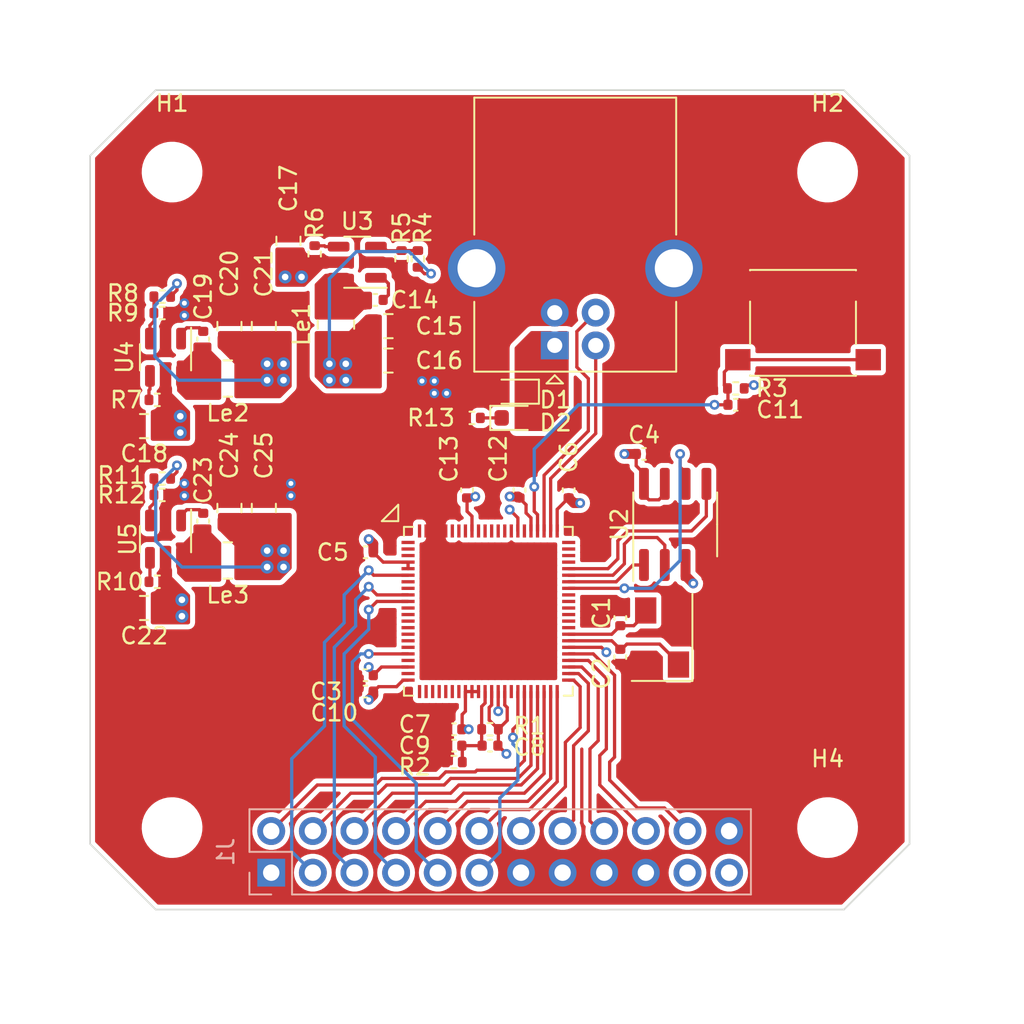
<source format=kicad_pcb>
(kicad_pcb (version 20221018) (generator pcbnew)
  (layers (0 "F.Cu" signal) (1 "In1.Cu" signal) (2 "In2.Cu" signal) (31 "B.Cu" signal) (34 "B.Paste" user) (35 "F.Paste" user) (36 "B.SilkS" user "B.Silkscreen") (37 "F.SilkS" user "F.Silkscreen") (38 "B.Mask" user) (39 "F.Mask" user) (44 "Edge.Cuts" user))
  (net 0 "")
  (net 4 "+3V3")
  (net 8 "+1V2")
  (net 16 "+2V5")
  (net 18 "GND")
  (net 27 "Net-(U1D-HOSCI)")
  (net 28 "Net-(U1D-HOSCO)")
  (net 39 "+3V0")
  (net 41 "/SPI0_CLK")
  (net 42 "/SPI0_CS")
  (net 43 "/SPI0_MISO")
  (net 44 "/SPI0_MOSI")
  (net 45 "/USB-DM")
  (net 46 "/USB-DP")
  (net 47 "/SVREF")
  (net 48 "/UART_Tx")
  (net 49 "/UART_Rx")
  (net 50 "/PE10")
  (net 51 "/PE9")
  (net 52 "/PE8")
  (net 53 "/PE7")
  (net 54 "/PE6")
  (net 55 "/PE5")
  (net 56 "/PE4")
  (net 57 "/PE3")
  (net 58 "/PE2")
  (net 59 "/PE11_CLKOUT")
  (net 60 "/TWI0_SDA")
  (net 61 "/TWI0_SCK")
  (net 62 "/PD5")
  (net 63 "/PD6")
  (net 64 "/PD7")
  (net 65 "/PD8")
  (net 66 "/PD9")
  (net 67 "/PD10")
  (net 68 "/PD11")
  (net 69 "/PD13")
  (net 70 "/UART1_Rx")
  (net 71 "/UART1_Tx")
  (net 72 "Net-(SW1-A)")
  (net 73 "Net-(U3-SW)")
  (net 74 "Net-(U3-BS)")
  (net 75 "Net-(U3-FB)")
  (net 76 "Net-(U3-EN)")
  (net 77 "+5V")
  (net 78 "Net-(U4-SW)")
  (net 79 "Net-(U4-BS)")
  (net 80 "Net-(U4-EN)")
  (net 81 "Net-(U4-FB)")
  (net 82 "Net-(U5-SW)")
  (net 83 "Net-(U5-BS)")
  (net 84 "Net-(U5-EN)")
  (net 85 "Net-(U5-FB)")
  (net 86 "Net-(D2-K)")
  (footprint "Inductor_SMD:L_1008_2520Metric" (layer "F.Cu") (at 116.4 65.6)
    (fp_text reference "Le2")
    (fp_text value "MPL2520S4R7MHT")
  )
  (footprint "Capacitor_SMD:C_0402_1005Metric" (layer "F.Cu") (at 125.4 60.8)
    (fp_text reference "C14")
    (fp_text value "22nF")
  )
  (footprint "Capacitor_SMD:C_0402_1005Metric" (layer "F.Cu") (at 140.35 82.6 -90)
    (fp_text reference "C2")
    (fp_text value "12pF")
  )
  (footprint "Resistor_SMD:R_0402_1005Metric" (layer "F.Cu") (at 112.4 60.6 180)
    (fp_text reference "R8")
    (fp_text value "100k")
  )
  (footprint "Capacitor_SMD:C_0805_2012Metric" (layer "F.Cu") (at 118.6 73.5 90)
    (fp_text reference "C25")
    (fp_text value "22uF")
  )
  (footprint "Capacitor_SMD:C_0402_1005Metric" (layer "F.Cu") (at 130.2 88 180)
    (fp_text reference "C9")
    (fp_text value "1uF")
  )
  (footprint "Resistor_SMD:R_0402_1005Metric" (layer "F.Cu") (at 112.4 61.6)
    (fp_text reference "R9")
    (fp_text value "100k")
  )
  (footprint "Capacitor_SMD:C_0402_1005Metric" (layer "F.Cu") (at 141.8 70.2)
    (fp_text reference "C4")
    (fp_text value "1uF")
  )
  (footprint "Capacitor_SMD:C_0805_2012Metric" (layer "F.Cu") (at 111.3 79.6 180)
    (fp_text reference "C22")
    (fp_text value "22uF")
  )
  (footprint "Package_TO_SOT_SMD:SOT-23-6" (layer "F.Cu") (at 112.6 75.4 -90)
    (fp_text reference "U5")
    (fp_text value "MT2492")
  )
  (footprint "Resistor_SMD:R_0402_1005Metric" (layer "F.Cu") (at 127 58.3 -90)
    (fp_text reference "R5")
    (fp_text value "15k")
  )
  (footprint "Capacitor_SMD:C_0402_1005Metric" (layer "F.Cu") (at 130.2 87 180)
    (fp_text reference "C7")
    (fp_text value "1uF")
  )
  (footprint "Resistor_SMD:R_0402_1005Metric" (layer "F.Cu") (at 130.2 89 180)
    (fp_text reference "R2")
    (fp_text value "10k")
  )
  (footprint "Capacitor_SMD:C_0402_1005Metric" (layer "F.Cu") (at 147.4 67.2)
    (fp_text reference "C11")
    (fp_text value "1uF")
  )
  (footprint "Capacitor_SMD:C_0805_2012Metric" (layer "F.Cu") (at 126.2 64.5)
    (fp_text reference "C16")
    (fp_text value "22uF")
  )
  (footprint "Capacitor_SMD:C_0402_1005Metric" (layer "F.Cu") (at 124.8 84.7 180)
    (fp_text reference "C10")
    (fp_text value "1uF")
  )
  (footprint "MountingHole:MountingHole_3.2mm_M3" (layer "F.Cu") (at 113 93)
    (fp_text reference "H3" hide)
    (fp_text value "M3")
  )
  (footprint "Package_SO:SOIC-8_3.9x4.9mm_P1.27mm" (layer "F.Cu") (at 143.7 74.5 90)
    (fp_text reference "U2")
    (fp_text value "W25Q128")
  )
  (footprint "Capacitor_SMD:C_0805_2012Metric" (layer "F.Cu") (at 116.5 73.5 90)
    (fp_text reference "C24")
    (fp_text value "22uF")
  )
  (footprint "Capacitor_SMD:C_0805_2012Metric" (layer "F.Cu") (at 111.3 68.5 180)
    (fp_text reference "C18")
    (fp_text value "22uF")
  )
  (footprint "Capacitor_SMD:C_0402_1005Metric" (layer "F.Cu") (at 114.9 74.3 90)
    (fp_text reference "C23")
    (fp_text value "22nF")
  )
  (footprint "Capacitor_SMD:C_0402_1005Metric" (layer "F.Cu") (at 132.4 88 180)
    (fp_text reference "C8")
    (fp_text value "1uF")
  )
  (footprint "Button_Switch_SMD:SW_SPST_PTS645" (layer "F.Cu") (at 151.5 62.2 180)
    (fp_text reference "SW1" hide)
    (fp_text value "PTS645")
  )
  (footprint "MountingHole:MountingHole_3.2mm_M3" (layer "F.Cu") (at 113 53)
    (fp_text reference "H1")
    (fp_text value "M3")
  )
  (footprint "Inductor_SMD:L_1008_2520Metric" (layer "F.Cu") (at 116.4 76.7)
    (fp_text reference "Le3")
    (fp_text value "MPL2520S4R7MHT")
  )
  (footprint "MountingHole:MountingHole_3.2mm_M3" (layer "F.Cu") (at 153 93)
    (fp_text reference "H4")
    (fp_text value "M3")
  )
  (footprint "Diode_SMD:D_0603_1608Metric" (layer "F.Cu") (at 133.9 68)
    (fp_text reference "D2")
    (fp_text value "GREEN 0603")
  )
  (footprint "Package_TO_SOT_SMD:SOT-23-6" (layer "F.Cu") (at 112.6 64.3 -90)
    (fp_text reference "U4")
    (fp_text value "MT2492")
  )
  (footprint "OI_HiRes:QFN-88_EP_10x10_0.4mm_F1C200s" (layer "F.Cu") (at 132.3 79.8)
    (fp_text reference "U1" hide)
    (fp_text value "~")
  )
  (footprint "Connector_USB:USB_B_OST_USB-B1HSxx_Horizontal" (layer "F.Cu") (at 136.35 63.5775 90)
    (fp_text reference "J2" hide)
    (fp_text value "USB_B")
  )
  (footprint "Capacitor_SMD:C_0402_1005Metric" (layer "F.Cu") (at 131 72.4 90)
    (fp_text reference "C13")
    (fp_text value "1uF")
  )
  (footprint "Resistor_SMD:R_0402_1005Metric" (layer "F.Cu") (at 128 58.3 90)
    (fp_text reference "R4")
    (fp_text value "68k")
  )
  (footprint "MountingHole:MountingHole_3.2mm_M3" (layer "F.Cu") (at 153 53)
    (fp_text reference "H2")
    (fp_text value "M3")
  )
  (footprint "Capacitor_SMD:C_0402_1005Metric" (layer "F.Cu") (at 124.8 83.7 180)
    (fp_text reference "C3")
    (fp_text value "1uF")
  )
  (footprint "Resistor_SMD:R_0402_1005Metric" (layer "F.Cu") (at 121.7 58 90)
    (fp_text reference "R6")
    (fp_text value "10k")
  )
  (footprint "Resistor_SMD:R_0402_1005Metric" (layer "F.Cu") (at 132.4 87 180)
    (fp_text reference "R1")
    (fp_text value "10k")
  )
  (footprint "Resistor_SMD:R_0402_1005Metric" (layer "F.Cu") (at 112.4 72.7)
    (fp_text reference "R12")
    (fp_text value "33k")
  )
  (footprint "Capacitor_SMD:C_0402_1005Metric" (layer "F.Cu") (at 134.2 72.4 90)
    (fp_text reference "C12")
    (fp_text value "1uF")
  )
  (footprint "Diode_SMD:D_0603_1608Metric" (layer "F.Cu") (at 133.9 66.4 180)
    (fp_text reference "D1")
    (fp_text value "ESD0603")
  )
  (footprint "Capacitor_SMD:C_0402_1005Metric" (layer "F.Cu") (at 124.8 76.2 180)
    (fp_text reference "C5")
    (fp_text value "1uF")
  )
  (footprint "Resistor_SMD:R_0402_1005Metric" (layer "F.Cu") (at 112.1 78 180)
    (fp_text reference "R10")
    (fp_text value "10k")
  )
  (footprint "Capacitor_SMD:C_0805_2012Metric" (layer "F.Cu") (at 116.5 62.4 90)
    (fp_text reference "C20")
    (fp_text value "22uF")
  )
  (footprint "Capacitor_SMD:C_0402_1005Metric" (layer "F.Cu") (at 114.9 63.2 90)
    (fp_text reference "C19")
    (fp_text value "22nF")
  )
  (footprint "Resistor_SMD:R_0402_1005Metric" (layer "F.Cu") (at 112.1 66.9 180)
    (fp_text reference "R7")
    (fp_text value "10k")
  )
  (footprint "Resistor_SMD:R_0402_1005Metric" (layer "F.Cu") (at 131.3 68 180)
    (fp_text reference "R13")
    (fp_text value "10k")
  )
  (footprint "Package_TO_SOT_SMD:SOT-23-6" (layer "F.Cu") (at 124.3 58.5 180)
    (fp_text reference "U3")
    (fp_text value "MT2492")
  )
  (footprint "Capacitor_SMD:C_0402_1005Metric" (layer "F.Cu") (at 140.35 80.2 90)
    (fp_text reference "C1")
    (fp_text value "12pF")
  )
  (footprint "Capacitor_SMD:C_0805_2012Metric" (layer "F.Cu") (at 126.2 62.4)
    (fp_text reference "C15")
    (fp_text value "22uF")
  )
  (footprint "Resistor_SMD:R_0402_1005Metric" (layer "F.Cu") (at 112.4 71.7 180)
    (fp_text reference "R11")
    (fp_text value "100k")
  )
  (footprint "Inductor_SMD:L_1008_2520Metric" (layer "F.Cu") (at 123 62.3 -90)
    (fp_text reference "Le1")
    (fp_text value "MPL2520S4R7MHT")
  )
  (footprint "Resistor_SMD:R_0402_1005Metric" (layer "F.Cu") (at 147.4 66.2 180)
    (fp_text reference "R3")
    (fp_text value "10k")
  )
  (footprint "Crystal:Crystal_SMD_5032-4Pin_5.0x3.2mm" (layer "F.Cu") (at 142.9 81.4 90)
    (fp_text reference "Y1" hide)
    (fp_text value "24MHz")
  )
  (footprint "Capacitor_SMD:C_0805_2012Metric" (layer "F.Cu") (at 120.1 57.2 90)
    (fp_text reference "C17")
    (fp_text value "22uF")
  )
  (footprint "Capacitor_SMD:C_0805_2012Metric" (layer "F.Cu") (at 118.6 62.4 90)
    (fp_text reference "C21")
    (fp_text value "22uF")
  )
  (footprint "Capacitor_SMD:C_0402_1005Metric" (layer "F.Cu") (at 137.2 72.4 90)
    (fp_text reference "C6")
    (fp_text value "1uF")
  )
  (footprint "Connector_PinSocket_2.54mm:PinSocket_2x12_P2.54mm_Vertical" (layer "B.Cu") (at 119.05 95.75 -90)
    (fp_text reference "J1")
    (fp_text value "Conn_02x12_Odd_Even" hide)
  )
  (gr_line (start 112 48) (end 108 52) (stroke (width 0.1)) (layer "Edge.Cuts"))
  (gr_line (start 108 94) (end 112 98) (stroke (width 0.1)) (layer "Edge.Cuts"))
  (gr_line (start 108 52) (end 108 94) (stroke (width 0.1)) (layer "Edge.Cuts"))
  (gr_line (start 154 98) (end 158 94) (stroke (width 0.1)) (layer "Edge.Cuts"))
  (gr_line (start 158 94) (end 158 52) (stroke (width 0.1)) (layer "Edge.Cuts"))
  (gr_line (start 158 52) (end 154 48) (stroke (width 0.1)) (layer "Edge.Cuts"))
  (gr_line (start 112 98) (end 154 98) (stroke (width 0.1)) (layer "Edge.Cuts"))
  (gr_line (start 154 48) (end 112 48) (stroke (width 0.1)) (layer "Edge.Cuts"))
  (segment (start 137.52 73.2) (end 137.2 72.88) (width 0.6) (layer "F.Cu") (net 4))
  (segment (start 141.795 71.395) (end 141.32 70.92) (width 0.2) (layer "F.Cu") (net 4))
  (segment (start 147.91 66.09) (end 147.91 66.2) (width 0.2) (layer "F.Cu") (net 4))
  (segment (start 140.6 70.2) (end 141.32 70.2) (width 0.6) (layer "F.Cu") (net 4))
  (segment (start 125.78 83.2) (end 125.28 83.7) (width 0.2) (layer "F.Cu") (net 4))
  (segment (start 133.6 73.6) (end 134.1 74.1) (width 0.2) (layer "F.Cu") (net 4))
  (segment (start 125.28 83.7) (end 125.28 83.68) (width 0.2) (layer "F.Cu") (net 4))
  (segment (start 143.065 72.025) (end 143.065 72.635) (width 0.2) (layer "F.Cu") (net 4))
  (segment (start 125 83.4) (end 125 83.2) (width 0.2) (layer "F.Cu") (net 4))
  (segment (start 148 66) (end 147.91 66.09) (width 0.2) (layer "F.Cu") (net 4))
  (segment (start 142.1 73) (end 142.7 73) (width 0.2) (layer "F.Cu") (net 4))
  (segment (start 136.5 74.9) (end 136.5 73.58) (width 0.2) (layer "F.Cu") (net 4))
  (segment (start 128.4 59.2) (end 128.8 59.2) (width 0.2) (layer "F.Cu") (net 4))
  (segment (start 125.88 76.8) (end 125.28 76.2) (width 0.2) (layer "F.Cu") (net 4))
  (segment (start 141.795 72.025) (end 141.795 72.695) (width 0.2) (layer "F.Cu") (net 4))
  (segment (start 144.335 77.635) (end 144.8 78.1) (width 0.6) (layer "F.Cu") (net 4))
  (segment (start 143.065 72.635) (end 142.7 73) (width 0.2) (layer "F.Cu") (net 4))
  (segment (start 128.01 58.81) (end 128.4 59.2) (width 0.2) (layer "F.Cu") (net 4))
  (segment (start 125.1 83.88) (end 125.28 83.7) (width 0.2) (layer "F.Cu") (net 4))
  (segment (start 125.28 83.68) (end 125 83.4) (width 0.2) (layer "F.Cu") (net 4))
  (segment (start 128 58.81) (end 128.01 58.81) (width 0.2) (layer "F.Cu") (net 4))
  (segment (start 127.4 83.2) (end 125.78 83.2) (width 0.2) (layer "F.Cu") (net 4))
  (segment (start 141.795 72.695) (end 142.1 73) (width 0.2) (layer "F.Cu") (net 4))
  (segment (start 148.5 66) (end 148 66) (width 0.2) (layer "F.Cu") (net 4))
  (segment (start 136.5 73.58) (end 137.2 72.88) (width 0.2) (layer "F.Cu") (net 4))
  (segment (start 139.2 82) (end 137.2 82) (width 0.2) (layer "F.Cu") (net 4))
  (segment (start 141.32 70.92) (end 141.32 70.2) (width 0.2) (layer "F.Cu") (net 4))
  (segment (start 134.1 74.1) (end 134.1 74.9) (width 0.2) (layer "F.Cu") (net 4))
  (segment (start 137.9 73.2) (end 137.52 73.2) (width 0.6) (layer "F.Cu") (net 4))
  (segment (start 127.4 77.2) (end 127.4 76.8) (width 0.2) (layer "F.Cu") (net 4))
  (segment (start 127.4 76.8) (end 125.88 76.8) (width 0.2) (layer "F.Cu") (net 4))
  (segment (start 125 75.4) (end 125.28 75.68) (width 0.6) (layer "F.Cu") (net 4))
  (segment (start 144.335 76.975) (end 144.335 77.635) (width 0.6) (layer "F.Cu") (net 4))
  (segment (start 139.5 82.3) (end 139.2 82) (width 0.2) (layer "F.Cu") (net 4))
  (segment (start 125.28 75.68) (end 125.28 76.2) (width 0.6) (layer "F.Cu") (net 4))
  (via (at 122.6 65.7) (size 0.8) (drill 0.4) (layers "F.Cu" "B.Cu") (net 4))
  (via (at 125 75.4) (size 0.6) (drill 0.3) (layers "F.Cu" "B.Cu") (net 4))
  (via (at 123.6 65.7) (size 0.8) (drill 0.4) (layers "F.Cu" "B.Cu") (net 4))
  (via (at 144.8 78.1) (size 0.6) (drill 0.3) (layers "F.Cu" "B.Cu") (net 4))
  (via (at 128.8 59.2) (size 0.6) (drill 0.3) (layers "F.Cu" "B.Cu") (net 4))
  (via (at 133.6 73.6) (size 0.6) (drill 0.3) (layers "F.Cu" "B.Cu") (net 4))
  (via (at 139.5 82.3) (size 0.6) (drill 0.3) (layers "F.Cu" "B.Cu") (net 4))
  (via (at 140.6 70.2) (size 0.6) (drill 0.3) (layers "F.Cu" "B.Cu") (net 4))
  (via (at 123.6 64.7) (size 0.8) (drill 0.4) (layers "F.Cu" "B.Cu") (net 4))
  (via (at 137.9 73.2) (size 0.6) (drill 0.3) (layers "F.Cu" "B.Cu") (net 4))
  (via (at 122.6 64.7) (size 0.8) (drill 0.4) (layers "F.Cu" "B.Cu") (net 4))
  (via (at 125 83.2) (size 0.6) (drill 0.3) (layers "F.Cu" "B.Cu") (net 4))
  (via (at 148.5 66) (size 0.6) (drill 0.3) (layers "F.Cu" "B.Cu") (net 4))
  (segment (start 124.25 57.85) (end 127.45 57.85) (width 0.2) (layer "B.Cu") (net 4))
  (segment (start 122.6 59.5) (end 124.25 57.85) (width 0.2) (layer "B.Cu") (net 4))
  (segment (start 127.45 57.85) (end 128.8 59.2) (width 0.2) (layer "B.Cu") (net 4))
  (segment (start 122.6 64.7) (end 122.6 59.5) (width 0.2) (layer "B.Cu") (net 4))
  (segment (start 125.28 84.7) (end 125.3 84.7) (width 0.2) (layer "F.Cu") (net 8))
  (segment (start 134.2 72.9) (end 134.6 73.3) (width 0.2) (layer "F.Cu") (net 8))
  (segment (start 126.7 84.4) (end 127.1 84) (width 0.2) (layer "F.Cu") (net 8))
  (segment (start 125.28 84.7) (end 125.28 84.72) (width 0.2) (layer "F.Cu") (net 8))
  (segment (start 125 85.2) (end 125.28 84.92) (width 0.6) (layer "F.Cu") (net 8))
  (segment (start 134.6 73.8) (end 134.6 73.3) (width 0.2) (layer "F.Cu") (net 8))
  (segment (start 112.91 60.59) (end 113.3 60.2) (width 0.2) (layer "F.Cu") (net 8))
  (segment (start 134.12 72.8) (end 134.2 72.88) (width 0.6) (layer "F.Cu") (net 8))
  (segment (start 127.1 84) (end 127.4 84) (width 0.2) (layer "F.Cu") (net 8))
  (segment (start 125.6 84.4) (end 126.7 84.4) (width 0.2) (layer "F.Cu") (net 8))
  (segment (start 125.3 84.7) (end 125.6 84.4) (width 0.2) (layer "F.Cu") (net 8))
  (segment (start 133.6 72.8) (end 134.12 72.8) (width 0.6) (layer "F.Cu") (net 8))
  (segment (start 113.3 60.2) (end 113.3 59.8) (width 0.2) (layer "F.Cu") (net 8))
  (segment (start 112.91 60.6) (end 112.91 60.59) (width 0.2) (layer "F.Cu") (net 8))
  (segment (start 125.28 84.92) (end 125.28 84.7) (width 0.6) (layer "F.Cu") (net 8))
  (segment (start 134.2 72.88) (end 134.2 72.9) (width 0.2) (layer "F.Cu") (net 8))
  (segment (start 134.9 74.1) (end 134.6 73.8) (width 0.2) (layer "F.Cu") (net 8))
  (segment (start 132.9 84.7) (end 132.9 85.9) (width 0.2) (layer "F.Cu") (net 8))
  (segment (start 134.9 74.9) (end 134.9 74.1) (width 0.2) (layer "F.Cu") (net 8))
  (via (at 119.8 64.7) (size 0.8) (drill 0.4) (layers "F.Cu" "B.Cu") (net 8))
  (via (at 132.9 85.9) (size 0.6) (drill 0.3) (layers "F.Cu" "B.Cu") (net 8))
  (via (at 133.6 72.8) (size 0.6) (drill 0.3) (layers "F.Cu" "B.Cu") (net 8))
  (via (at 119.8 65.7) (size 0.8) (drill 0.4) (layers "F.Cu" "B.Cu") (net 8))
  (via (at 118.8 64.7) (size 0.8) (drill 0.4) (layers "F.Cu" "B.Cu") (net 8))
  (via (at 125 85.2) (size 0.6) (drill 0.3) (layers "F.Cu" "B.Cu") (net 8))
  (via (at 118.8 65.7) (size 0.8) (drill 0.4) (layers "F.Cu" "B.Cu") (net 8))
  (via (at 113.3 59.8) (size 0.6) (drill 0.3) (layers "F.Cu" "B.Cu") (net 8))
  (segment (start 111.95 61.15) (end 113.3 59.8) (width 0.2) (layer "B.Cu") (net 8))
  (segment (start 113.4 65.7) (end 111.95 64.25) (width 0.2) (layer "B.Cu") (net 8))
  (segment (start 111.95 64.25) (end 111.95 61.15) (width 0.2) (layer "B.Cu") (net 8))
  (segment (start 118.8 65.7) (end 113.4 65.7) (width 0.2) (layer "B.Cu") (net 8))
  (segment (start 133.45 85.672182) (end 133.45 86.46) (width 0.2) (layer "F.Cu") (net 16))
  (segment (start 130.7 86.1) (end 130.7 86.98) (width 0.2) (layer "F.Cu") (net 16))
  (segment (start 132.5 85.522182) (end 132.35 85.672182) (width 0.2) (layer "F.Cu") (net 16))
  (segment (start 133.3 85.522182) (end 133.45 85.672182) (width 0.2) (layer "F.Cu") (net 16))
  (segment (start 132.5 84.7) (end 132.5 85.522182) (width 0.2) (layer "F.Cu") (net 16))
  (segment (start 132.35 86.44) (end 132.91 87) (width 0.2) (layer "F.Cu") (net 16))
  (segment (start 130.7 86.98) (end 130.68 87) (width 0.2) (layer "F.Cu") (net 16))
  (segment (start 130.9 84.7) (end 131.7 84.7) (width 0.2) (layer "F.Cu") (net 16))
  (segment (start 132.88 88) (end 132.9 88) (width 0.2) (layer "F.Cu") (net 16))
  (segment (start 133.45 86.46) (end 132.91 87) (width 0.2) (layer "F.Cu") (net 16))
  (segment (start 132.35 85.672182) (end 132.35 86.44) (width 0.2) (layer "F.Cu") (net 16))
  (segment (start 130.9 85.9) (end 130.7 86.1) (width 0.2) (layer "F.Cu") (net 16))
  (segment (start 130.9 84.7) (end 130.9 85.9) (width 0.2) (layer "F.Cu") (net 16))
  (segment (start 132.91 87) (end 132.91 87.97) (width 0.2) (layer "F.Cu") (net 16))
  (segment (start 130.68 87) (end 131.1 87) (width 0.2) (layer "F.Cu") (net 16))
  (segment (start 133.3 84.7) (end 133.3 85.522182) (width 0.2) (layer "F.Cu") (net 16))
  (segment (start 132.9 88) (end 133.4 88.5) (width 0.2) (layer "F.Cu") (net 16))
  (segment (start 113.3 71.3) (end 113.3 70.9) (width 0.2) (layer "F.Cu") (net 16))
  (segment (start 112.91 71.7) (end 112.91 71.69) (width 0.2) (layer "F.Cu") (net 16))
  (segment (start 112.91 71.69) (end 113.3 71.3) (width 0.2) (layer "F.Cu") (net 16))
  (via (at 119.8 77.1) (size 0.8) (drill 0.4) (layers "F.Cu" "B.Cu") (net 16))
  (via (at 133.4 88.5) (size 0.6) (drill 0.3) (layers "F.Cu" "B.Cu") (net 16))
  (via (at 131.1 87) (size 0.6) (drill 0.3) (layers "F.Cu" "B.Cu") (net 16))
  (via (at 113.3 70.9) (size 0.6) (drill 0.3) (layers "F.Cu" "B.Cu") (net 16))
  (via (at 118.8 76.1) (size 0.8) (drill 0.4) (layers "F.Cu" "B.Cu") (net 16))
  (via (at 119.8 76.1) (size 0.8) (drill 0.4) (layers "F.Cu" "B.Cu") (net 16))
  (via (at 118.8 77.1) (size 0.8) (drill 0.4) (layers "F.Cu" "B.Cu") (net 16))
  (segment (start 112 75.5) (end 112 72.2) (width 0.2) (layer "B.Cu") (net 16))
  (segment (start 113.6 77.1) (end 112 75.5) (width 0.2) (layer "B.Cu") (net 16))
  (segment (start 118.8 77.1) (end 113.6 77.1) (width 0.2) (layer "B.Cu") (net 16))
  (segment (start 112 72.2) (end 113.3 70.9) (width 0.2) (layer "B.Cu") (net 16))
  (via (at 129.75 66.5) (size 0.6) (drill 0.3) (layers "F.Cu" "B.Cu") (net 18))
  (via (at 113.75 72.75) (size 0.6) (drill 0.3) (layers "F.Cu" "B.Cu") (net 18))
  (via (at 120.25 72) (size 0.6) (drill 0.3) (layers "F.Cu" "B.Cu") (net 18))
  (via (at 113.75 61.75) (size 0.6) (drill 0.3) (layers "F.Cu" "B.Cu") (net 18))
  (via (at 128.25 65.75) (size 0.6) (drill 0.3) (layers "F.Cu" "B.Cu") (net 18))
  (via (at 113.75 72) (size 0.6) (drill 0.3) (layers "F.Cu" "B.Cu") (net 18))
  (via (at 129 66.5) (size 0.6) (drill 0.3) (layers "F.Cu" "B.Cu") (net 18))
  (via (at 113.75 61) (size 0.6) (drill 0.3) (layers "F.Cu" "B.Cu") (net 18))
  (via (at 129 65.75) (size 0.6) (drill 0.3) (layers "F.Cu" "B.Cu") (net 18))
  (via (at 120.25 72.75) (size 0.6) (drill 0.3) (layers "F.Cu" "B.Cu") (net 18))
  (segment (start 140.75 81.8) (end 142.75 81.8) (width 0.2) (layer "F.Cu") (net 27))
  (segment (start 142.75 81.8) (end 143.9 82.95) (width 0.2) (layer "F.Cu") (net 27))
  (segment (start 140.43 82.12) (end 140.75 81.8) (width 0.2) (layer "F.Cu") (net 27))
  (segment (start 140.35 82.12) (end 140.43 82.12) (width 0.2) (layer "F.Cu") (net 27))
  (segment (start 139.83 81.6) (end 140.35 82.12) (width 0.2) (layer "F.Cu") (net 27))
  (segment (start 143.9 82.95) (end 143.9 83.05) (width 0.2) (layer "F.Cu") (net 27))
  (segment (start 137.2 81.6) (end 139.83 81.6) (width 0.2) (layer "F.Cu") (net 27))
  (segment (start 139.83 81.2) (end 140.35 80.68) (width 0.2) (layer "F.Cu") (net 28))
  (segment (start 141.9 79.95) (end 141.9 79.75) (width 0.2) (layer "F.Cu") (net 28))
  (segment (start 140.35 80.68) (end 141.17 80.68) (width 0.2) (layer "F.Cu") (net 28))
  (segment (start 141.17 80.68) (end 141.9 79.95) (width 0.2) (layer "F.Cu") (net 28))
  (segment (start 137.2 81.2) (end 139.83 81.2) (width 0.2) (layer "F.Cu") (net 28))
  (segment (start 131.3 74) (end 131 73.7) (width 0.2) (layer "F.Cu") (net 39))
  (segment (start 131.3 74.9) (end 131.3 74) (width 0.2) (layer "F.Cu") (net 39))
  (segment (start 131.3 72.8) (end 131.5 72.8) (width 0.2) (layer "F.Cu") (net 39))
  (segment (start 131 72.88) (end 131.22 72.88) (width 0.2) (layer "F.Cu") (net 39))
  (segment (start 131.22 72.88) (end 131.3 72.8) (width 0.2) (layer "F.Cu") (net 39))
  (segment (start 131 73.7) (end 131 72.88) (width 0.2) (layer "F.Cu") (net 39))
  (via (at 131.5 72.8) (size 0.6) (drill 0.3) (layers "F.Cu" "B.Cu") (net 39))
  (segment (start 140.6 78.4) (end 137.2 78.4) (width 0.2) (layer "F.Cu") (net 41))
  (segment (start 144.335 72.025) (end 144.335 71.335) (width 0.2) (layer "F.Cu") (net 41))
  (segment (start 144.335 71.335) (end 144 71) (width 0.2) (layer "F.Cu") (net 41))
  (segment (start 144 71) (end 144 70.2) (width 0.2) (layer "F.Cu") (net 41))
  (via (at 140.6 78.4) (size 0.6) (drill 0.3) (layers "F.Cu" "B.Cu") (net 41))
  (via (at 144 70.2) (size 0.6) (drill 0.3) (layers "F.Cu" "B.Cu") (net 41))
  (segment (start 142.3 78.4) (end 140.6 78.4) (width 0.2) (layer "B.Cu") (net 41))
  (segment (start 144 76.7) (end 142.3 78.4) (width 0.2) (layer "B.Cu") (net 41))
  (segment (start 144 70.2) (end 144 76.7) (width 0.2) (layer "B.Cu") (net 41))
  (segment (start 141.125 76.975) (end 141.795 76.975) (width 0.2) (layer "F.Cu") (net 42))
  (segment (start 140.1 78) (end 141.125 76.975) (width 0.2) (layer "F.Cu") (net 42))
  (segment (start 137.2 78) (end 140.1 78) (width 0.2) (layer "F.Cu") (net 42))
  (segment (start 140.6 76.9) (end 139.9 77.6) (width 0.2) (layer "F.Cu") (net 43))
  (segment (start 143.065 76.975) (end 143.065 75.765) (width 0.2) (layer "F.Cu") (net 43))
  (segment (start 142.6 75.3) (end 141 75.3) (width 0.2) (layer "F.Cu") (net 43))
  (segment (start 140.6 75.7) (end 140.6 76.9) (width 0.2) (layer "F.Cu") (net 43))
  (segment (start 139.9 77.6) (end 137.2 77.6) (width 0.2) (layer "F.Cu") (net 43))
  (segment (start 141 75.3) (end 140.6 75.7) (width 0.2) (layer "F.Cu") (net 43))
  (segment (start 143.065 75.765) (end 142.6 75.3) (width 0.2) (layer "F.Cu") (net 43))
  (segment (start 140.2 75.5) (end 140.8 74.9) (width 0.2) (layer "F.Cu") (net 44))
  (segment (start 139.6 77.2) (end 140.2 76.6) (width 0.2) (layer "F.Cu") (net 44))
  (segment (start 140.2 76.6) (end 140.2 75.5) (width 0.2) (layer "F.Cu") (net 44))
  (segment (start 145.6 74) (end 145.6 72.03) (width 0.2) (layer "F.Cu") (net 44))
  (segment (start 137.2 77.2) (end 139.6 77.2) (width 0.2) (layer "F.Cu") (net 44))
  (segment (start 144.7 74.9) (end 145.6 74) (width 0.2) (layer "F.Cu") (net 44))
  (segment (start 145.6 72.03) (end 145.605 72.025) (width 0.2) (layer "F.Cu") (net 44))
  (segment (start 140.8 74.9) (end 144.7 74.9) (width 0.2) (layer "F.Cu") (net 44))
  (segment (start 136.1 74.9) (end 136.1 71.7) (width 0.2) (layer "F.Cu") (net 45))
  (segment (start 136.1 71.7) (end 138.85 68.95) (width 0.2) (layer "F.Cu") (net 45))
  (segment (start 138.85 68.95) (end 138.85 63.5775) (width 0.2) (layer "F.Cu") (net 45))
  (segment (start 138.4 68.8) (end 138.4 65.6) (width 0.2) (layer "F.Cu") (net 46))
  (segment (start 137.7 64.9) (end 137.7 62.7275) (width 0.2) (layer "F.Cu") (net 46))
  (segment (start 138.4 65.6) (end 137.7 64.9) (width 0.2) (layer "F.Cu") (net 46))
  (segment (start 135.7 74.9) (end 135.7 71.5) (width 0.2) (layer "F.Cu") (net 46))
  (segment (start 135.7 71.5) (end 138.4 68.8) (width 0.2) (layer "F.Cu") (net 46))
  (segment (start 137.7 62.7275) (end 138.85 61.5775) (width 0.2) (layer "F.Cu") (net 46))
  (segment (start 130.71 88.03) (end 130.68 88) (width 0.2) (layer "F.Cu") (net 47))
  (segment (start 132.1 85.4) (end 131.89 85.61) (width 0.2) (layer "F.Cu") (net 47))
  (segment (start 132.1 84.7) (end 132.1 85.4) (width 0.2) (layer "F.Cu") (net 47))
  (segment (start 131.92 88) (end 130.68 88) (width 0.2) (layer "F.Cu") (net 47))
  (segment (start 130.71 89) (end 130.71 88.03) (width 0.2) (layer "F.Cu") (net 47))
  (segment (start 131.89 87) (end 131.89 87.97) (width 0.2) (layer "F.Cu") (net 47))
  (segment (start 131.89 85.61) (end 131.89 87) (width 0.2) (layer "F.Cu") (net 47))
  (segment (start 139.5 83.9) (end 139.5 88.2) (width 0.2) (layer "F.Cu") (net 48))
  (segment (start 139.1 90.4) (end 141.91 93.21) (width 0.2) (layer "F.Cu") (net 48))
  (segment (start 139.1 88.6) (end 139.1 90.4) (width 0.2) (layer "F.Cu") (net 48))
  (segment (start 139.5 88.2) (end 139.1 88.6) (width 0.2) (layer "F.Cu") (net 48))
  (segment (start 137.2 82.8) (end 138.4 82.8) (width 0.2) (layer "F.Cu") (net 48))
  (segment (start 138.4 82.8) (end 139.5 83.9) (width 0.2) (layer "F.Cu") (net 48))
  (segment (start 139.7 89) (end 140 88.7) (width 0.2) (layer "F.Cu") (net 49))
  (segment (start 143.04 91.8) (end 141.4 91.8) (width 0.2) (layer "F.Cu") (net 49))
  (segment (start 139.7 90.1) (end 139.7 89) (width 0.2) (layer "F.Cu") (net 49))
  (segment (start 140 83.7) (end 138.7 82.4) (width 0.2) (layer "F.Cu") (net 49))
  (segment (start 144.45 93.21) (end 143.04 91.8) (width 0.2) (layer "F.Cu") (net 49))
  (segment (start 141.4 91.8) (end 139.7 90.1) (width 0.2) (layer "F.Cu") (net 49))
  (segment (start 138.7 82.4) (end 137.2 82.4) (width 0.2) (layer "F.Cu") (net 49))
  (segment (start 140 88.7) (end 140 83.7) (width 0.2) (layer "F.Cu") (net 49))
  (segment (start 129.7 89.6) (end 129.3 90) (width 0.2) (layer "F.Cu") (net 50))
  (segment (start 121.86 90.4) (end 119.05 93.21) (width 0.2) (layer "F.Cu") (net 50))
  (segment (start 125.4 90.4) (end 121.86 90.4) (width 0.2) (layer "F.Cu") (net 50))
  (segment (start 134.5 88.9) (end 133.9 89.5) (width 0.2) (layer "F.Cu") (net 50))
  (segment (start 133.9 89.5) (end 131.6 89.5) (width 0.2) (layer "F.Cu") (net 50))
  (segment (start 134.5 84.7) (end 134.5 88.9) (width 0.2) (layer "F.Cu") (net 50))
  (segment (start 131.6 89.5) (end 131.5 89.6) (width 0.2) (layer "F.Cu") (net 50))
  (segment (start 131.5 89.6) (end 129.7 89.6) (width 0.2) (layer "F.Cu") (net 50))
  (segment (start 125.8 90) (end 125.4 90.4) (width 0.2) (layer "F.Cu") (net 50))
  (segment (start 129.3 90) (end 125.8 90) (width 0.2) (layer "F.Cu") (net 50))
  (segment (start 134.9 89.2) (end 134.1 90) (width 0.2) (layer "F.Cu") (net 51))
  (segment (start 123.9 90.9) (end 121.59 93.21) (width 0.2) (layer "F.Cu") (net 51))
  (segment (start 134.9 84.7) (end 134.9 89.2) (width 0.2) (layer "F.Cu") (net 51))
  (segment (start 130 90) (end 129.6 90.4) (width 0.2) (layer "F.Cu") (net 51))
  (segment (start 129.6 90.4) (end 126.1 90.4) (width 0.2) (layer "F.Cu") (net 51))
  (segment (start 125.6 90.9) (end 123.9 90.9) (width 0.2) (layer "F.Cu") (net 51))
  (segment (start 126.1 90.4) (end 125.6 90.9) (width 0.2) (layer "F.Cu") (net 51))
  (segment (start 134.1 90) (end 130 90) (width 0.2) (layer "F.Cu") (net 51))
  (segment (start 126.44 90.9) (end 124.13 93.21) (width 0.2) (layer "F.Cu") (net 52))
  (segment (start 130.5 90.4) (end 130 90.9) (width 0.2) (layer "F.Cu") (net 52))
  (segment (start 135.3 84.7) (end 135.3 89.4) (width 0.2) (layer "F.Cu") (net 52))
  (segment (start 134.3 90.4) (end 130.5 90.4) (width 0.2) (layer "F.Cu") (net 52))
  (segment (start 130 90.9) (end 126.44 90.9) (width 0.2) (layer "F.Cu") (net 52))
  (segment (start 135.3 89.4) (end 134.3 90.4) (width 0.2) (layer "F.Cu") (net 52))
  (segment (start 130.8 90.9) (end 130.3 91.4) (width 0.2) (layer "F.Cu") (net 53))
  (segment (start 130.3 91.4) (end 128.48 91.4) (width 0.2) (layer "F.Cu") (net 53))
  (segment (start 135.7 89.7) (end 134.5 90.9) (width 0.2) (layer "F.Cu") (net 53))
  (segment (start 134.5 90.9) (end 130.8 90.9) (width 0.2) (layer "F.Cu") (net 53))
  (segment (start 135.7 84.7) (end 135.7 89.7) (width 0.2) (layer "F.Cu") (net 53))
  (segment (start 128.48 91.4) (end 126.67 93.21) (width 0.2) (layer "F.Cu") (net 53))
  (segment (start 134.7 91.4) (end 131.02 91.4) (width 0.2) (layer "F.Cu") (net 54))
  (segment (start 136.1 84.7) (end 136.1 90) (width 0.2) (layer "F.Cu") (net 54))
  (segment (start 131.02 91.4) (end 129.21 93.21) (width 0.2) (layer "F.Cu") (net 54))
  (segment (start 136.1 90) (end 134.7 91.4) (width 0.2) (layer "F.Cu") (net 54))
  (segment (start 136.5 84.7) (end 136.5 90.2) (width 0.2) (layer "F.Cu") (net 55))
  (segment (start 134.8 91.9) (end 133.06 91.9) (width 0.2) (layer "F.Cu") (net 55))
  (segment (start 133.06 91.9) (end 131.75 93.21) (width 0.2) (layer "F.Cu") (net 55))
  (segment (start 136.5 90.2) (end 134.8 91.9) (width 0.2) (layer "F.Cu") (net 55))
  (segment (start 134.29 93.21) (end 137 90.5) (width 0.2) (layer "F.Cu") (net 56))
  (segment (start 137.9 86.9) (end 137.9 84.4) (width 0.2) (layer "F.Cu") (net 56))
  (segment (start 137 90.5) (end 137 87.8) (width 0.2) (layer "F.Cu") (net 56))
  (segment (start 137.5 84) (end 137.2 84) (width 0.2) (layer "F.Cu") (net 56))
  (segment (start 137 87.8) (end 137.9 86.9) (width 0.2) (layer "F.Cu") (net 56))
  (segment (start 137.9 84.4) (end 137.5 84) (width 0.2) (layer "F.Cu") (net 56))
  (segment (start 137.5 92.54) (end 137.5 88) (width 0.2) (layer "F.Cu") (net 57))
  (segment (start 136.83 93.21) (end 137.5 92.54) (width 0.2) (layer "F.Cu") (net 57))
  (segment (start 138.4 84.2) (end 137.8 83.6) (width 0.2) (layer "F.Cu") (net 57))
  (segment (start 137.5 88) (end 138.4 87.1) (width 0.2) (layer "F.Cu") (net 57))
  (segment (start 137.8 83.6) (end 137.2 83.6) (width 0.2) (layer "F.Cu") (net 57))
  (segment (start 138.4 87.1) (end 138.4 84.2) (width 0.2) (layer "F.Cu") (net 57))
  (segment (start 138 83.2) (end 137.2 83.2) (width 0.2) (layer "F.Cu") (net 58))
  (segment (start 139 84.2) (end 138 83.2) (width 0.2) (layer "F.Cu") (net 58))
  (segment (start 139.37 93.21) (end 139.11 93.21) (width 0.2) (layer "F.Cu") (net 58))
  (segment (start 138.5 88.2) (end 139 87.7) (width 0.2) (layer "F.Cu") (net 58))
  (segment (start 138.5 92.6) (end 138.5 88.2) (width 0.2) (layer "F.Cu") (net 58))
  (segment (start 139 87.7) (end 139 84.2) (width 0.2) (layer "F.Cu") (net 58))
  (segment (start 139.11 93.21) (end 138.5 92.6) (width 0.2) (layer "F.Cu") (net 58))
  (segment (start 134.1 86.7) (end 134.1 84.7) (width 0.2) (layer "F.Cu") (net 59))
  (segment (start 133.8 87) (end 133.8 87.5) (width 0.2) (layer "F.Cu") (net 59))
  (segment (start 134.1 86.7) (end 133.8 87) (width 0.2) (layer "F.Cu") (net 59))
  (via (at 133.8 87.5) (size 0.6) (drill 0.3) (layers "F.Cu" "B.Cu") (net 59))
  (segment (start 134.1 90.1) (end 133 91.2) (width 0.2) (layer "B.Cu") (net 59))
  (segment (start 133.8 87.9) (end 134.1 88.2) (width 0.2) (layer "B.Cu") (net 59))
  (segment (start 133.8 87.5) (end 133.8 87.9) (width 0.2) (layer "B.Cu") (net 59))
  (segment (start 133 94.5) (end 131.75 95.75) (width 0.2) (layer "B.Cu") (net 59))
  (segment (start 134.1 88.2) (end 134.1 90.1) (width 0.2) (layer "B.Cu") (net 59))
  (segment (start 133 91.2) (end 133 94.5) (width 0.2) (layer "B.Cu") (net 59))
  (segment (start 127.4 77.6) (end 125.3 77.6) (width 0.2) (layer "F.Cu") (net 60))
  (segment (start 125.3 77.6) (end 125 77.3) (width 0.2) (layer "F.Cu") (net 60))
  (via (at 125 77.3) (size 0.6) (drill 0.3) (layers "F.Cu" "B.Cu") (net 60))
  (segment (start 123.5 80.5) (end 122.3 81.7) (width 0.2) (layer "B.Cu") (net 60))
  (segment (start 125 77.3) (end 123.5 78.8) (width 0.2) (layer "B.Cu") (net 60))
  (segment (start 122.3 86.8) (end 120.3 88.8) (width 0.2) (layer "B.Cu") (net 60))
  (segment (start 120.3 88.8) (end 120.3 94.46) (width 0.2) (layer "B.Cu") (net 60))
  (segment (start 120.3 94.46) (end 121.59 95.75) (width 0.2) (layer "B.Cu") (net 60))
  (segment (start 123.5 78.8) (end 123.5 80.5) (width 0.2) (layer "B.Cu") (net 60))
  (segment (start 122.3 81.7) (end 122.3 86.8) (width 0.2) (layer "B.Cu") (net 60))
  (segment (start 127.4 82.4) (end 125 82.4) (width 0.2) (layer "F.Cu") (net 61))
  (via (at 125 82.4) (size 0.6) (drill 0.3) (layers "F.Cu" "B.Cu") (net 61))
  (segment (start 127.9 90.3) (end 127.9 94.44) (width 0.2) (layer "B.Cu") (net 61))
  (segment (start 124 86.4) (end 127.9 90.3) (width 0.2) (layer "B.Cu") (net 61))
  (segment (start 124.5 82.4) (end 124 82.9) (width 0.2) (layer "B.Cu") (net 61))
  (segment (start 125 82.4) (end 124.5 82.4) (width 0.2) (layer "B.Cu") (net 61))
  (segment (start 127.9 94.44) (end 129.21 95.75) (width 0.2) (layer "B.Cu") (net 61))
  (segment (start 124 82.9) (end 124 86.4) (width 0.2) (layer "B.Cu") (net 61))
  (segment (start 125.5 78.8) (end 125 78.3) (width 0.2) (layer "F.Cu") (net 70))
  (segment (start 127.4 78.8) (end 125.5 78.8) (width 0.2) (layer "F.Cu") (net 70))
  (via (at 125 78.3) (size 0.6) (drill 0.3) (layers "F.Cu" "B.Cu") (net 70))
  (segment (start 124.2 79.1) (end 125 78.3) (width 0.2) (layer "B.Cu") (net 70))
  (segment (start 124.2 80.7) (end 124.2 79.1) (width 0.2) (layer "B.Cu") (net 70))
  (segment (start 122.9 94.52) (end 122.9 82) (width 0.2) (layer "B.Cu") (net 70))
  (segment (start 124.13 95.75) (end 122.9 94.52) (width 0.2) (layer "B.Cu") (net 70))
  (segment (start 122.9 82) (end 124.2 80.7) (width 0.2) (layer "B.Cu") (net 70))
  (segment (start 125.5 79.2) (end 125 79.7) (width 0.2) (layer "F.Cu") (net 71))
  (segment (start 127.4 79.2) (end 125.5 79.2) (width 0.2) (layer "F.Cu") (net 71))
  (via (at 125 79.7) (size 0.6) (drill 0.3) (layers "F.Cu" "B.Cu") (net 71))
  (segment (start 123.5 86.8) (end 125.4 88.7) (width 0.2) (layer "B.Cu") (net 71))
  (segment (start 125.4 88.7) (end 125.4 94.48) (width 0.2) (layer "B.Cu") (net 71))
  (segment (start 123.5 82.4) (end 123.5 86.8) (width 0.2) (layer "B.Cu") (net 71))
  (segment (start 125.4 94.48) (end 126.67 95.75) (width 0.2) (layer "B.Cu") (net 71))
  (segment (start 125 80.9) (end 123.5 82.4) (width 0.2) (layer "B.Cu") (net 71))
  (segment (start 125 79.7) (end 125 80.9) (width 0.2) (layer "B.Cu") (net 71))
  (segment (start 135.1 72.2) (end 135.1 73.7) (width 0.2) (layer "F.Cu") (net 72))
  (segment (start 146.92 66.23) (end 146.89 66.2) (width 0.2) (layer "F.Cu") (net 72))
  (segment (start 135.3 73.9) (end 135.3 74.9) (width 0.2) (layer "F.Cu") (net 72))
  (segment (start 147.45 64.45) (end 146.7 65.2) (width 0.2) (layer "F.Cu") (net 72))
  (segment (start 146.7 66.01) (end 146.89 66.2) (width 0.2) (layer "F.Cu") (net 72))
  (segment (start 147.52 64.45) (end 147.45 64.45) (width 0.2) (layer "F.Cu") (net 72))
  (segment (start 146.7 65.2) (end 146.7 66.01) (width 0.2) (layer "F.Cu") (net 72))
  (segment (start 155.48 64.45) (end 147.52 64.45) (width 0.2) (layer "F.Cu") (net 72))
  (segment (start 146.92 67.2) (end 146.92 66.23) (width 0.2) (layer "F.Cu") (net 72))
  (segment (start 146.92 67.2) (end 146.1 67.2) (width 0.2) (layer "F.Cu") (net 72))
  (segment (start 135.1 73.7) (end 135.3 73.9) (width 0.2) (layer "F.Cu") (net 72))
  (via (at 135.1 72.2) (size 0.6) (drill 0.3) (layers "F.Cu" "B.Cu") (net 72))
  (via (at 146.1 67.2) (size 0.6) (drill 0.3) (layers "F.Cu" "B.Cu") (net 72))
  (segment (start 135.1 72.2) (end 135.1 69.9) (width 0.2) (layer "B.Cu") (net 72))
  (segment (start 137.8 67.2) (end 146.1 67.2) (width 0.2) (layer "B.Cu") (net 72))
  (segment (start 135.1 69.9) (end 137.8 67.2) (width 0.2) (layer "B.Cu") (net 72))
  (segment (start 126.2 59.8) (end 125.85 59.45) (width 0.2) (layer "F.Cu") (net 74))
  (segment (start 125.9 60.8) (end 126.2 60.5) (width 0.2) (layer "F.Cu") (net 74))
  (segment (start 126.2 60.5) (end 126.2 59.8) (width 0.2) (layer "F.Cu") (net 74))
  (segment (start 125.88 60.8) (end 125.9 60.8) (width 0.2) (layer "F.Cu") (net 74))
  (segment (start 125.85 59.45) (end 125.4375 59.45) (width 0.2) (layer "F.Cu") (net 74))
  (segment (start 126.99 57.8) (end 127 57.79) (width 0.2) (layer "F.Cu") (net 75))
  (segment (start 127 57.79) (end 128 57.79) (width 0.2) (layer "F.Cu") (net 75))
  (segment (start 126.1 57.8) (end 126.99 57.8) (width 0.2) (layer "F.Cu") (net 75))
  (segment (start 125.85 57.55) (end 126.1 57.8) (width 0.2) (layer "F.Cu") (net 75))
  (segment (start 125.4375 57.55) (end 125.85 57.55) (width 0.2) (layer "F.Cu") (net 75))
  (segment (start 122.35 57.55) (end 122.3 57.5) (width 0.2) (layer "F.Cu") (net 76))
  (segment (start 123.1625 57.55) (end 122.35 57.55) (width 0.2) (layer "F.Cu") (net 76))
  (segment (start 121.71 57.5) (end 121.7 57.49) (width 0.2) (layer "F.Cu") (net 76))
  (segment (start 122.3 57.5) (end 121.71 57.5) (width 0.2) (layer "F.Cu") (net 76))
  (via (at 113.6 80.1) (size 0.8) (drill 0.4) (layers "F.Cu" "B.Cu") (net 77))
  (via (at 113.5 67.9) (size 0.8) (drill 0.4) (layers "F.Cu" "B.Cu") (net 77))
  (via (at 113.5 68.9) (size 0.8) (drill 0.4) (layers "F.Cu" "B.Cu") (net 77))
  (via (at 119.9 59.4) (size 0.8) (drill 0.4) (layers "F.Cu" "B.Cu") (net 77))
  (via (at 120.9 59.4) (size 0.8) (drill 0.4) (layers "F.Cu" "B.Cu") (net 77))
  (via (at 113.6 79.1) (size 0.8) (drill 0.4) (layers "F.Cu" "B.Cu") (net 77))
  (segment (start 114.68 62.5) (end 114.9 62.72) (width 0.2) (layer "F.Cu") (net 79))
  (segment (start 113.55 62.85) (end 113.9 62.5) (width 0.2) (layer "F.Cu") (net 79))
  (segment (start 113.9 62.5) (end 114.68 62.5) (width 0.2) (layer "F.Cu") (net 79))
  (segment (start 113.55 63.1625) (end 113.55 62.85) (width 0.2) (layer "F.Cu") (net 79))
  (segment (start 111.59 66.31) (end 111.59 66.9) (width 0.2) (layer "F.Cu") (net 80))
  (segment (start 111.65 65.4375) (end 111.65 66.25) (width 0.2) (layer "F.Cu") (net 80))
  (segment (start 111.65 66.25) (end 111.59 66.31) (width 0.2) (layer "F.Cu") (net 80))
  (segment (start 111.9 62.1) (end 111.9 60.61) (width 0.2) (layer "F.Cu") (net 81))
  (segment (start 111.9 60.61) (end 111.89 60.6) (width 0.2) (layer "F.Cu") (net 81))
  (segment (start 111.65 63.1625) (end 111.65 62.35) (width 0.2) (layer "F.Cu") (net 81))
  (segment (start 111.65 62.35) (end 111.9 62.1) (width 0.2) (layer "F.Cu") (net 81))
  (segment (start 113.55 74.2625) (end 113.55 73.95) (width 0.2) (layer "F.Cu") (net 83))
  (segment (start 113.9 73.6) (end 114.68 73.6) (width 0.2) (layer "F.Cu") (net 83))
  (segment (start 113.55 73.95) (end 113.9 73.6) (width 0.2) (layer "F.Cu") (net 83))
  (segment (start 114.68 73.6) (end 114.9 73.82) (width 0.2) (layer "F.Cu") (net 83))
  (segment (start 111.65 77.94) (end 111.59 78) (width 0.2) (layer "F.Cu") (net 84))
  (segment (start 111.65 76.5375) (end 111.65 77.94) (width 0.2) (layer "F.Cu") (net 84))
  (segment (start 111.9 73.2) (end 111.9 71.71) (width 0.2) (layer "F.Cu") (net 85))
  (segment (start 111.9 71.71) (end 111.89 71.7) (width 0.2) (layer "F.Cu") (net 85))
  (segment (start 111.65 73.45) (end 111.9 73.2) (width 0.2) (layer "F.Cu") (net 85))
  (segment (start 111.65 74.2625) (end 111.65 73.45) (width 0.2) (layer "F.Cu") (net 85))
  (segment (start 133.1125 68) (end 131.81 68) (width 0.2) (layer "F.Cu") (net 86))
  (zone (net 77) (net_name "+5V") (layer "F.Cu") (priority 2) (connect_pads yes (clearance 0.3)) (min_thickness 0.25) (fill yes (thermal_gap 0.5) (thermal_bridge_width 0.5))
    (polygon (pts (xy 133.9 68.8) (xy 135.8 68.8) (xy 137.2 67.4) (xy 137.2 62.7) (xy 134.9 62.7) (xy 133.9 63.7)))
  )
  (zone (net 78) (net_name "Net-(U4-SW)") (layer "F.Cu") (priority 1) (connect_pads yes (clearance 0.3)) (min_thickness 0.25) (fill yes (thermal_gap 0.5) (thermal_bridge_width 0.5))
    (polygon (pts (xy 113.1 66.2) (xy 113.8 66.9) (xy 116 66.9) (xy 116 64.5) (xy 115.4 63.9) (xy 115.4 63.4) (xy 114.3 63.4) (xy 114.3 63.9) (xy 113.7 64.5) (xy 113.1 64.5)))
  )
  (zone (net 4) (net_name "+3V3") (layer "F.Cu") (priority 1) (connect_pads yes (clearance 0.3)) (min_thickness 0.25) (fill yes (thermal_gap 0.5) (thermal_bridge_width 0.5))
    (polygon (pts (xy 121.7 62.7) (xy 121.7 65.5) (xy 122.4 66.2) (xy 125.8 66.2) (xy 125.8 61.7) (xy 124.8 61.7) (xy 123.8 62.7)))
  )
  (zone (net 18) (net_name "GND") (layer "F.Cu") (connect_pads yes (clearance 0.3)) (min_thickness 0.2) (fill yes (thermal_gap 0.5) (thermal_bridge_width 0.5))
    (polygon (pts (xy 102.5 42.5) (xy 165 42.5) (xy 165 105) (xy 102.5 105)))
  )
  (zone (net 77) (net_name "+5V") (layer "F.Cu") (priority 2) (connect_pads yes (clearance 0.3)) (min_thickness 0.25) (fill yes (thermal_gap 0.5) (thermal_bridge_width 0.5))
    (polygon (pts (xy 113 64.6) (xy 113 66.5) (xy 114.1 67.6) (xy 114.1 69.4) (xy 111.7 69.4) (xy 111.7 64.6)))
  )
  (zone (net 8) (net_name "+1V2") (layer "F.Cu") (priority 1) (connect_pads yes (clearance 0.3)) (min_thickness 0.25) (fill yes (thermal_gap 0.5) (thermal_bridge_width 0.5))
    (polygon (pts (xy 116.8 66.8) (xy 119.6 66.8) (xy 120.3 66.1) (xy 120.3 62.7) (xy 115.8 62.7) (xy 115.8 63.7) (xy 116.8 64.7)))
  )
  (zone (net 77) (net_name "+5V") (layer "F.Cu") (priority 2) (connect_pads yes (clearance 0.3)) (min_thickness 0.25) (fill yes (thermal_gap 0.5) (thermal_bridge_width 0.5))
    (polygon (pts (xy 113 75.8) (xy 113 77.7) (xy 114.1 78.8) (xy 114.1 80.6) (xy 111.7 80.6) (xy 111.7 75.8)))
  )
  (zone (net 82) (net_name "Net-(U5-SW)") (layer "F.Cu") (priority 1) (connect_pads yes (clearance 0.3)) (min_thickness 0.25) (fill yes (thermal_gap 0.5) (thermal_bridge_width 0.5))
    (polygon (pts (xy 113.1 77.3) (xy 113.8 78) (xy 116 78) (xy 116 75.6) (xy 115.4 75) (xy 115.4 74.5) (xy 114.3 74.5) (xy 114.3 75) (xy 113.7 75.6) (xy 113.1 75.6)))
  )
  (zone (net 77) (net_name "+5V") (layer "F.Cu") (priority 2) (connect_pads yes (clearance 0.3)) (min_thickness 0.25) (fill yes (thermal_gap 0.5) (thermal_bridge_width 0.5))
    (polygon (pts (xy 124.1 58.9) (xy 122.2 58.9) (xy 121.1 60) (xy 119.3 60) (xy 119.3 57.6) (xy 124.1 57.6)))
  )
  (zone (net 16) (net_name "+2V5") (layer "F.Cu") (priority 1) (connect_pads yes (clearance 0.3)) (min_thickness 0.25) (fill yes (thermal_gap 0.5) (thermal_bridge_width 0.5))
    (polygon (pts (xy 116.8 77.9) (xy 119.6 77.9) (xy 120.3 77.2) (xy 120.3 73.8) (xy 115.8 73.8) (xy 115.8 74.8) (xy 116.8 75.8)))
  )
  (zone (net 73) (net_name "Net-(U3-SW)") (layer "F.Cu") (priority 1) (connect_pads yes (clearance 0.3)) (min_thickness 0.25) (fill yes (thermal_gap 0.5) (thermal_bridge_width 0.5))
    (polygon (pts (xy 122.4 59.1) (xy 121.7 59.8) (xy 121.7 62) (xy 124.1 62) (xy 124.7 61.4) (xy 125.2 61.4) (xy 125.2 60.3) (xy 124.7 60.3) (xy 124.1 59.7) (xy 124.1 59.1)))
  )
)
</source>
